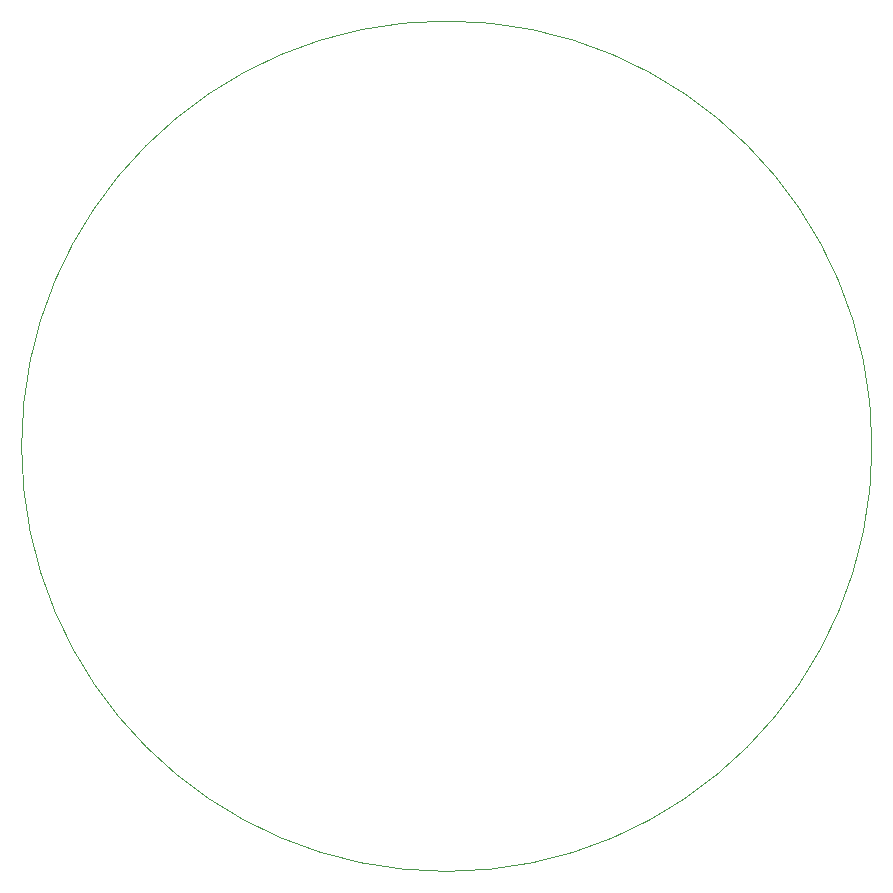
<source format=gbr>
%TF.GenerationSoftware,KiCad,Pcbnew,8.0.5*%
%TF.CreationDate,2024-12-03T21:08:25+09:00*%
%TF.ProjectId,IR_con,49525f63-6f6e-42e6-9b69-6361645f7063,rev?*%
%TF.SameCoordinates,Original*%
%TF.FileFunction,Profile,NP*%
%FSLAX46Y46*%
G04 Gerber Fmt 4.6, Leading zero omitted, Abs format (unit mm)*
G04 Created by KiCad (PCBNEW 8.0.5) date 2024-12-03 21:08:25*
%MOMM*%
%LPD*%
G01*
G04 APERTURE LIST*
%TA.AperFunction,Profile*%
%ADD10C,0.050000*%
%TD*%
G04 APERTURE END LIST*
D10*
X172500000Y-83000000D02*
G75*
G02*
X100498264Y-83000000I-36000868J0D01*
G01*
X100498264Y-83000000D02*
G75*
G02*
X172500000Y-83000000I36000868J0D01*
G01*
M02*

</source>
